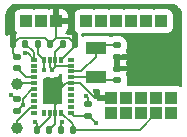
<source format=gbr>
%TF.GenerationSoftware,KiCad,Pcbnew,7.0.9-7.0.9~ubuntu22.04.1*%
%TF.CreationDate,2023-12-31T14:54:58+00:00*%
%TF.ProjectId,IMU_BNO085,494d555f-424e-44f3-9038-352e6b696361,rev?*%
%TF.SameCoordinates,Original*%
%TF.FileFunction,Copper,L1,Top*%
%TF.FilePolarity,Positive*%
%FSLAX46Y46*%
G04 Gerber Fmt 4.6, Leading zero omitted, Abs format (unit mm)*
G04 Created by KiCad (PCBNEW 7.0.9-7.0.9~ubuntu22.04.1) date 2023-12-31 14:54:58*
%MOMM*%
%LPD*%
G01*
G04 APERTURE LIST*
G04 Aperture macros list*
%AMRoundRect*
0 Rectangle with rounded corners*
0 $1 Rounding radius*
0 $2 $3 $4 $5 $6 $7 $8 $9 X,Y pos of 4 corners*
0 Add a 4 corners polygon primitive as box body*
4,1,4,$2,$3,$4,$5,$6,$7,$8,$9,$2,$3,0*
0 Add four circle primitives for the rounded corners*
1,1,$1+$1,$2,$3*
1,1,$1+$1,$4,$5*
1,1,$1+$1,$6,$7*
1,1,$1+$1,$8,$9*
0 Add four rect primitives between the rounded corners*
20,1,$1+$1,$2,$3,$4,$5,0*
20,1,$1+$1,$4,$5,$6,$7,0*
20,1,$1+$1,$6,$7,$8,$9,0*
20,1,$1+$1,$8,$9,$2,$3,0*%
G04 Aperture macros list end*
%TA.AperFunction,SMDPad,CuDef*%
%ADD10C,1.000000*%
%TD*%
%TA.AperFunction,ComponentPad*%
%ADD11R,1.000000X1.000000*%
%TD*%
%TA.AperFunction,SMDPad,CuDef*%
%ADD12RoundRect,0.135000X0.135000X0.185000X-0.135000X0.185000X-0.135000X-0.185000X0.135000X-0.185000X0*%
%TD*%
%TA.AperFunction,SMDPad,CuDef*%
%ADD13RoundRect,0.135000X-0.185000X0.135000X-0.185000X-0.135000X0.185000X-0.135000X0.185000X0.135000X0*%
%TD*%
%TA.AperFunction,SMDPad,CuDef*%
%ADD14RoundRect,0.135000X-0.135000X-0.185000X0.135000X-0.185000X0.135000X0.185000X-0.135000X0.185000X0*%
%TD*%
%TA.AperFunction,SMDPad,CuDef*%
%ADD15R,0.500000X0.300000*%
%TD*%
%TA.AperFunction,SMDPad,CuDef*%
%ADD16R,0.300000X0.500000*%
%TD*%
%TA.AperFunction,SMDPad,CuDef*%
%ADD17RoundRect,0.140000X0.170000X-0.140000X0.170000X0.140000X-0.170000X0.140000X-0.170000X-0.140000X0*%
%TD*%
%TA.AperFunction,SMDPad,CuDef*%
%ADD18RoundRect,0.140000X-0.170000X0.140000X-0.170000X-0.140000X0.170000X-0.140000X0.170000X0.140000X0*%
%TD*%
%TA.AperFunction,SMDPad,CuDef*%
%ADD19RoundRect,0.140000X0.140000X0.170000X-0.140000X0.170000X-0.140000X-0.170000X0.140000X-0.170000X0*%
%TD*%
%TA.AperFunction,SMDPad,CuDef*%
%ADD20RoundRect,0.135000X0.185000X-0.135000X0.185000X0.135000X-0.185000X0.135000X-0.185000X-0.135000X0*%
%TD*%
%TA.AperFunction,SMDPad,CuDef*%
%ADD21R,1.800000X1.000000*%
%TD*%
%TA.AperFunction,ViaPad*%
%ADD22C,0.400000*%
%TD*%
%TA.AperFunction,Conductor*%
%ADD23C,0.150000*%
%TD*%
G04 APERTURE END LIST*
D10*
%TO.P,TP2,1,1*%
%TO.N,/INT*%
X111000000Y-104500000D03*
%TD*%
%TO.P,TP1,1,1*%
%TO.N,/BL_IND*%
X111000000Y-100800000D03*
%TD*%
D11*
%TO.P,J10,1,Pin_1*%
%TO.N,unconnected-(J10-Pin_1-Pad1)*%
X123215000Y-95500000D03*
%TD*%
%TO.P,J19,1,Pin_1*%
%TO.N,GND*%
X118995000Y-102000000D03*
%TD*%
%TO.P,J17,1,Pin_1*%
%TO.N,unconnected-(J17-Pin_1-Pad1)*%
X118135000Y-95500000D03*
%TD*%
%TO.P,J9,1,Pin_1*%
%TO.N,unconnected-(J9-Pin_1-Pad1)*%
X121535000Y-103270000D03*
%TD*%
%TO.P,J12,1,Pin_1*%
%TO.N,unconnected-(J12-Pin_1-Pad1)*%
X120265000Y-103270000D03*
%TD*%
%TO.P,J6,1,Pin_1*%
%TO.N,unconnected-(J6-Pin_1-Pad1)*%
X121535000Y-102000000D03*
%TD*%
%TO.P,J8,1,Pin_1*%
%TO.N,unconnected-(J8-Pin_1-Pad1)*%
X124075000Y-102000000D03*
%TD*%
%TO.P,J18,1,Pin_1*%
%TO.N,unconnected-(J18-Pin_1-Pad1)*%
X119405000Y-95500000D03*
%TD*%
%TO.P,J5,1,Pin_1*%
%TO.N,unconnected-(J5-Pin_1-Pad1)*%
X120265000Y-102000000D03*
%TD*%
%TO.P,J1,1,Pin_1*%
%TO.N,+3.3V*%
X113055000Y-95500000D03*
%TD*%
%TO.P,J4,1,Pin_1*%
%TO.N,GND*%
X114325000Y-95500000D03*
%TD*%
%TO.P,J15,1,Pin_1*%
%TO.N,unconnected-(J15-Pin_1-Pad1)*%
X111785000Y-95500000D03*
%TD*%
%TO.P,J11,1,Pin_1*%
%TO.N,unconnected-(J11-Pin_1-Pad1)*%
X118995000Y-103270000D03*
%TD*%
%TO.P,J16,1,Pin_1*%
%TO.N,unconnected-(J16-Pin_1-Pad1)*%
X116865000Y-95500000D03*
%TD*%
%TO.P,J7,1,Pin_1*%
%TO.N,unconnected-(J7-Pin_1-Pad1)*%
X122805000Y-102000000D03*
%TD*%
%TO.P,J13,1,Pin_1*%
%TO.N,unconnected-(J13-Pin_1-Pad1)*%
X120675000Y-95500000D03*
%TD*%
%TO.P,J2,1,Pin_1*%
%TO.N,/SDA*%
X124075000Y-103270000D03*
%TD*%
%TO.P,J14,1,Pin_1*%
%TO.N,unconnected-(J14-Pin_1-Pad1)*%
X121945000Y-95500000D03*
%TD*%
%TO.P,J3,1,Pin_1*%
%TO.N,/SCL*%
X122805000Y-103270000D03*
%TD*%
D12*
%TO.P,R3,2*%
%TO.N,/PS1*%
X112790000Y-97400000D03*
%TO.P,R3,1*%
%TO.N,GND*%
X113810000Y-97400000D03*
%TD*%
%TO.P,R5,2*%
%TO.N,+3.3V*%
X114690000Y-104700000D03*
%TO.P,R5,1*%
%TO.N,/SCL*%
X115710000Y-104700000D03*
%TD*%
D13*
%TO.P,R6,2*%
%TO.N,/nRESET*%
X111000000Y-103110000D03*
%TO.P,R6,1*%
%TO.N,+3.3V*%
X111000000Y-102090000D03*
%TD*%
D14*
%TO.P,R2,2*%
%TO.N,/PS0*%
X111710000Y-97410000D03*
%TO.P,R2,1*%
%TO.N,GND*%
X110690000Y-97410000D03*
%TD*%
D15*
%TO.P,U1,28,VDDIO*%
%TO.N,+3.3V*%
X115562500Y-99250000D03*
%TO.P,U1,27,XIN32*%
%TO.N,/X_IN*%
X115562500Y-99750000D03*
%TO.P,U1,26,XOUT32*%
%TO.N,/X_OUT*%
X115562500Y-100250000D03*
%TO.P,U1,25,GNDIO*%
%TO.N,GND*%
X115562500Y-100750000D03*
%TO.P,U1,24,PIN24*%
%TO.N,unconnected-(U1-PIN24-Pad24)*%
X115562500Y-101250000D03*
%TO.P,U1,23,PIN23*%
%TO.N,unconnected-(U1-PIN23-Pad23)*%
X115562500Y-101750000D03*
%TO.P,U1,22,PIN22*%
%TO.N,unconnected-(U1-PIN22-Pad22)*%
X115562500Y-102250000D03*
%TO.P,U1,21,PIN21*%
%TO.N,unconnected-(U1-PIN21-Pad21)*%
X115562500Y-102750000D03*
%TO.P,U1,20,COM0*%
%TO.N,/SDA*%
X115562500Y-103250000D03*
D16*
%TO.P,U1,19,COM1*%
%TO.N,/SCL*%
X114750000Y-103262500D03*
%TO.P,U1,18,COM2*%
%TO.N,GND*%
X114250000Y-103262500D03*
%TO.P,U1,17,COM3*%
%TO.N,/I2C_ADD*%
X113750000Y-103262500D03*
%TO.P,U1,16,PIN16*%
%TO.N,unconnected-(U1-PIN16-Pad16)*%
X113250000Y-103262500D03*
D15*
%TO.P,U1,15,PIN15*%
%TO.N,unconnected-(U1-PIN15-Pad15)*%
X112437500Y-103250000D03*
%TO.P,U1,14,INT*%
%TO.N,/INT*%
X112437500Y-102750000D03*
%TO.P,U1,13,PIN13*%
%TO.N,unconnected-(U1-PIN13-Pad13)*%
X112437500Y-102250000D03*
%TO.P,U1,12,PIN12*%
%TO.N,unconnected-(U1-PIN12-Pad12)*%
X112437500Y-101750000D03*
%TO.P,U1,11,RESET*%
%TO.N,/nRESET*%
X112437500Y-101250000D03*
%TO.P,U1,10,BL_IND*%
%TO.N,/BL_IND*%
X112437500Y-100750000D03*
%TO.P,U1,9,CAP*%
%TO.N,/CAP*%
X112437500Y-100250000D03*
%TO.P,U1,8,PIN8*%
%TO.N,unconnected-(U1-PIN8-Pad8)*%
X112437500Y-99750000D03*
%TO.P,U1,7,PIN7*%
%TO.N,unconnected-(U1-PIN7-Pad7)*%
X112437500Y-99250000D03*
%TO.P,U1,6,PS0*%
%TO.N,/PS0*%
X112437500Y-98750000D03*
D16*
%TO.P,U1,5,PS1*%
%TO.N,/PS1*%
X113250000Y-98737500D03*
%TO.P,U1,4,BOOT_LOAD*%
%TO.N,+3.3V*%
X113750000Y-98737500D03*
%TO.P,U1,3,VDD*%
X114250000Y-98737500D03*
%TO.P,U1,2,GND*%
%TO.N,GND*%
X114750000Y-98737500D03*
D15*
%TO.P,U1,1,PIN1*%
%TO.N,unconnected-(U1-PIN1-Pad1)*%
X115562500Y-98750000D03*
%TD*%
D17*
%TO.P,C2,2*%
%TO.N,GND*%
X111000000Y-98520000D03*
%TO.P,C2,1*%
%TO.N,/CAP*%
X111000000Y-99480000D03*
%TD*%
D18*
%TO.P,C3,1*%
%TO.N,/X_IN*%
X119500000Y-97540000D03*
%TO.P,C3,2*%
%TO.N,GND*%
X119500000Y-98500000D03*
%TD*%
D19*
%TO.P,C1,2*%
%TO.N,+3.3V*%
X114920000Y-97400000D03*
%TO.P,C1,1*%
%TO.N,GND*%
X115880000Y-97400000D03*
%TD*%
D17*
%TO.P,C4,1*%
%TO.N,/X_OUT*%
X119500000Y-100460000D03*
%TO.P,C4,2*%
%TO.N,GND*%
X119500000Y-99500000D03*
%TD*%
D20*
%TO.P,R4,2*%
%TO.N,+3.3V*%
X117000000Y-102490000D03*
%TO.P,R4,1*%
%TO.N,/SDA*%
X117000000Y-103510000D03*
%TD*%
D21*
%TO.P,Y1,1,1*%
%TO.N,/X_OUT*%
X117700000Y-100250000D03*
%TO.P,Y1,2,2*%
%TO.N,/X_IN*%
X117700000Y-97750000D03*
%TD*%
D14*
%TO.P,R1,2*%
%TO.N,GND*%
X113710000Y-104700000D03*
%TO.P,R1,1*%
%TO.N,/I2C_ADD*%
X112690000Y-104700000D03*
%TD*%
D22*
%TO.N,/PS1*%
X113300000Y-99600000D03*
%TO.N,/PS0*%
X111700000Y-98200000D03*
%TO.N,/I2C_ADD*%
X112500000Y-104000000D03*
%TO.N,/nRESET*%
X111485000Y-102625000D03*
%TO.N,GND*%
X114000000Y-101000000D03*
X114000000Y-102000000D03*
%TO.N,+3.3V*%
X116800000Y-101800000D03*
X114800000Y-104000000D03*
X114000000Y-99600000D03*
X110500000Y-101700000D03*
%TO.N,/SDA*%
X117700000Y-104100000D03*
%TD*%
D23*
%TO.N,/PS1*%
X113300000Y-99600000D02*
X113300000Y-98787500D01*
X113300000Y-98787500D02*
X113250000Y-98737500D01*
%TO.N,/PS0*%
X111700000Y-98200000D02*
X111887500Y-98200000D01*
X111887500Y-98200000D02*
X112437500Y-98750000D01*
%TO.N,/I2C_ADD*%
X112690000Y-104190000D02*
X112500000Y-104000000D01*
X112690000Y-104700000D02*
X112690000Y-104190000D01*
%TO.N,/nRESET*%
X111000000Y-103110000D02*
X111485000Y-102625000D01*
%TO.N,GND*%
X114250000Y-101750000D02*
X114250000Y-101662500D01*
X114000000Y-102000000D02*
X114250000Y-101750000D01*
X114250000Y-102250000D02*
X114000000Y-102000000D01*
X114250000Y-103262500D02*
X114250000Y-102250000D01*
X114250000Y-101662500D02*
X115162500Y-100750000D01*
X115162500Y-100750000D02*
X115562500Y-100750000D01*
X115562500Y-100750000D02*
X116351041Y-100750000D01*
X116351041Y-100750000D02*
X117601041Y-102000000D01*
X117601041Y-102000000D02*
X118995000Y-102000000D01*
%TO.N,+3.3V*%
X117000000Y-102000000D02*
X116800000Y-101800000D01*
X117000000Y-102490000D02*
X117000000Y-102000000D01*
X114690000Y-104110000D02*
X114800000Y-104000000D01*
X114690000Y-104700000D02*
X114690000Y-104110000D01*
X115562500Y-99250000D02*
X114350000Y-99250000D01*
X114350000Y-99250000D02*
X114250000Y-99350000D01*
X114250000Y-98737500D02*
X114250000Y-99350000D01*
X114250000Y-99350000D02*
X114000000Y-99600000D01*
X113750000Y-98737500D02*
X113750000Y-99350000D01*
X113750000Y-99350000D02*
X114000000Y-99600000D01*
X111000000Y-102090000D02*
X110890000Y-102090000D01*
X110890000Y-102090000D02*
X110500000Y-101700000D01*
%TO.N,GND*%
X110690000Y-97410000D02*
X110690000Y-98210000D01*
X110690000Y-98210000D02*
X111000000Y-98520000D01*
X114325000Y-95500000D02*
X114325000Y-96885000D01*
X114325000Y-96885000D02*
X114285000Y-96925000D01*
X110690000Y-97410000D02*
X111185000Y-96915000D01*
X111185000Y-96915000D02*
X113325000Y-96915000D01*
X113325000Y-96915000D02*
X113810000Y-97400000D01*
%TO.N,/PS1*%
X112790000Y-97400000D02*
X112790000Y-98277500D01*
X112790000Y-98277500D02*
X113250000Y-98737500D01*
%TO.N,GND*%
X113810000Y-97400000D02*
X114285000Y-96925000D01*
X114285000Y-96925000D02*
X115405000Y-96925000D01*
X115405000Y-96925000D02*
X115880000Y-97400000D01*
%TO.N,+3.3V*%
X114920000Y-97400000D02*
X114250000Y-98070000D01*
X114250000Y-98070000D02*
X114250000Y-98737500D01*
%TO.N,GND*%
X115880000Y-97400000D02*
X115880000Y-97607500D01*
X115880000Y-97607500D02*
X114750000Y-98737500D01*
X119500000Y-99500000D02*
X119500000Y-98500000D01*
%TO.N,/X_OUT*%
X119500000Y-100460000D02*
X117910000Y-100460000D01*
X117910000Y-100460000D02*
X117700000Y-100250000D01*
%TO.N,/X_IN*%
X119500000Y-97540000D02*
X117910000Y-97540000D01*
X117910000Y-97540000D02*
X117700000Y-97750000D01*
X115562500Y-99750000D02*
X116450000Y-99750000D01*
X116450000Y-99750000D02*
X117700000Y-98500000D01*
X117700000Y-98500000D02*
X117700000Y-97750000D01*
%TO.N,/X_OUT*%
X117700000Y-100250000D02*
X115562500Y-100250000D01*
%TO.N,/SDA*%
X117000000Y-103510000D02*
X115822500Y-103510000D01*
X115822500Y-103510000D02*
X115562500Y-103250000D01*
X117110000Y-103510000D02*
X117700000Y-104100000D01*
X117000000Y-103510000D02*
X117110000Y-103510000D01*
%TO.N,/SCL*%
X122805000Y-103270000D02*
X121375000Y-104700000D01*
X121375000Y-104700000D02*
X115710000Y-104700000D01*
X115710000Y-104700000D02*
X115710000Y-104222500D01*
X115710000Y-104222500D02*
X114750000Y-103262500D01*
%TO.N,GND*%
X113710000Y-104700000D02*
X114250000Y-104160000D01*
X114250000Y-104160000D02*
X114250000Y-103262500D01*
%TO.N,/I2C_ADD*%
X112690000Y-104700000D02*
X113750000Y-103640000D01*
X113750000Y-103640000D02*
X113750000Y-103262500D01*
%TO.N,/nRESET*%
X112437500Y-101250000D02*
X112285000Y-101250000D01*
X112285000Y-101250000D02*
X111485000Y-102050000D01*
X111485000Y-102050000D02*
X111485000Y-102625000D01*
%TO.N,/INT*%
X111000000Y-104500000D02*
X111000000Y-103957500D01*
X111000000Y-103957500D02*
X112207500Y-102750000D01*
X112207500Y-102750000D02*
X112437500Y-102750000D01*
%TO.N,/PS0*%
X112437500Y-98750000D02*
X112437500Y-98137500D01*
X112437500Y-98137500D02*
X111710000Y-97410000D01*
%TO.N,/CAP*%
X112437500Y-100250000D02*
X111770000Y-100250000D01*
X111770000Y-100250000D02*
X111000000Y-99480000D01*
%TO.N,/BL_IND*%
X112437500Y-100750000D02*
X111050000Y-100750000D01*
X111050000Y-100750000D02*
X111000000Y-100800000D01*
%TD*%
%TA.AperFunction,Conductor*%
%TO.N,GND*%
G36*
X114772246Y-99963692D02*
G01*
X114808064Y-100023683D01*
X114812000Y-100054679D01*
X114812000Y-100447869D01*
X114812001Y-100447880D01*
X114816431Y-100489093D01*
X114816431Y-100515596D01*
X114812500Y-100552165D01*
X114812500Y-100600000D01*
X114828111Y-100615611D01*
X114841984Y-100619685D01*
X114874213Y-100649690D01*
X114893676Y-100675690D01*
X114918092Y-100741155D01*
X114903240Y-100809428D01*
X114893676Y-100824310D01*
X114874213Y-100850310D01*
X114826390Y-100886109D01*
X114812500Y-100900000D01*
X114812500Y-100947832D01*
X114816431Y-100984399D01*
X114816431Y-101010905D01*
X114812000Y-101052122D01*
X114812000Y-101447869D01*
X114812001Y-101447878D01*
X114816179Y-101486745D01*
X114816179Y-101513250D01*
X114812000Y-101552122D01*
X114812000Y-101947869D01*
X114812001Y-101947878D01*
X114816179Y-101986745D01*
X114816179Y-102013250D01*
X114812000Y-102052122D01*
X114812000Y-102388000D01*
X114792315Y-102455039D01*
X114739511Y-102500794D01*
X114688001Y-102512000D01*
X114552132Y-102512000D01*
X114552117Y-102512001D01*
X114510904Y-102516431D01*
X114484402Y-102516431D01*
X114447834Y-102512500D01*
X114400000Y-102512500D01*
X114384388Y-102528111D01*
X114380315Y-102541985D01*
X114350313Y-102574210D01*
X114324308Y-102593677D01*
X114258845Y-102618093D01*
X114190572Y-102603241D01*
X114175694Y-102593679D01*
X114149688Y-102574211D01*
X114113887Y-102526387D01*
X114100000Y-102512500D01*
X114052165Y-102512500D01*
X114015598Y-102516431D01*
X113989092Y-102516431D01*
X113947873Y-102512000D01*
X113552130Y-102512000D01*
X113552119Y-102512001D01*
X113513253Y-102516179D01*
X113486748Y-102516179D01*
X113447875Y-102512000D01*
X113447873Y-102512000D01*
X113312000Y-102512000D01*
X113244961Y-102492315D01*
X113199206Y-102439511D01*
X113188000Y-102388000D01*
X113187999Y-102052128D01*
X113187998Y-102052111D01*
X113183820Y-102013253D01*
X113183820Y-101986745D01*
X113188000Y-101947873D01*
X113187999Y-101552128D01*
X113187999Y-101552127D01*
X113187998Y-101552111D01*
X113183820Y-101513253D01*
X113183820Y-101486745D01*
X113188000Y-101447873D01*
X113187999Y-101052128D01*
X113187999Y-101052127D01*
X113187998Y-101052111D01*
X113183820Y-101013253D01*
X113183820Y-100986747D01*
X113188000Y-100947873D01*
X113187999Y-100552128D01*
X113187998Y-100552111D01*
X113183820Y-100513253D01*
X113183820Y-100486747D01*
X113188000Y-100447873D01*
X113188000Y-100424500D01*
X113207685Y-100357461D01*
X113260489Y-100311706D01*
X113312000Y-100300500D01*
X113385056Y-100300500D01*
X113550225Y-100259790D01*
X113592374Y-100237667D01*
X113660881Y-100223942D01*
X113707624Y-100237667D01*
X113749775Y-100259790D01*
X113914944Y-100300500D01*
X114085056Y-100300500D01*
X114250225Y-100259790D01*
X114350001Y-100207423D01*
X114400849Y-100180736D01*
X114400850Y-100180734D01*
X114400852Y-100180734D01*
X114528183Y-100067929D01*
X114585950Y-99984238D01*
X114640233Y-99940249D01*
X114709681Y-99932589D01*
X114772246Y-99963692D01*
G37*
%TD.AperFunction*%
%TA.AperFunction,Conductor*%
G36*
X117945675Y-101270184D02*
G01*
X117991430Y-101322988D01*
X118001925Y-101387755D01*
X117995000Y-101452155D01*
X117995000Y-101750000D01*
X118780517Y-101750000D01*
X118709199Y-101834993D01*
X118670000Y-101942694D01*
X118670000Y-102057306D01*
X118709199Y-102165007D01*
X118780517Y-102250000D01*
X117986879Y-102250000D01*
X117943443Y-102273717D01*
X117873751Y-102268731D01*
X117817818Y-102226859D01*
X117798011Y-102187145D01*
X117772870Y-102100611D01*
X117772869Y-102100607D01*
X117691135Y-101962402D01*
X117577598Y-101848865D01*
X117577595Y-101848863D01*
X117572082Y-101843350D01*
X117572940Y-101842491D01*
X117539551Y-101798737D01*
X117520481Y-101752697D01*
X117499589Y-101702258D01*
X117501051Y-101701652D01*
X117489503Y-101667065D01*
X117485140Y-101631128D01*
X117424817Y-101472068D01*
X117406091Y-101444939D01*
X117384208Y-101378584D01*
X117401674Y-101310933D01*
X117452941Y-101263463D01*
X117508141Y-101250499D01*
X117878636Y-101250499D01*
X117945675Y-101270184D01*
G37*
%TD.AperFunction*%
%TA.AperFunction,Conductor*%
G36*
X124002694Y-94010735D02*
G01*
X124161019Y-94024587D01*
X124182297Y-94028338D01*
X124327951Y-94067366D01*
X124348261Y-94074759D01*
X124484915Y-94138482D01*
X124503633Y-94149289D01*
X124627154Y-94235779D01*
X124643712Y-94249673D01*
X124750326Y-94356287D01*
X124764220Y-94372845D01*
X124850710Y-94496366D01*
X124861517Y-94515084D01*
X124925240Y-94651738D01*
X124932633Y-94672049D01*
X124971659Y-94817696D01*
X124975412Y-94838982D01*
X124989264Y-94997300D01*
X124989500Y-95002706D01*
X124989500Y-100941825D01*
X124969815Y-101008864D01*
X124917011Y-101054619D01*
X124847853Y-101064563D01*
X124822167Y-101058007D01*
X124682482Y-101005908D01*
X124682483Y-101005908D01*
X124622883Y-100999501D01*
X124622881Y-100999500D01*
X124622873Y-100999500D01*
X124622864Y-100999500D01*
X123527129Y-100999500D01*
X123527123Y-100999501D01*
X123459804Y-101006738D01*
X123459690Y-101005674D01*
X123420310Y-101005674D01*
X123420196Y-101006738D01*
X123352883Y-100999501D01*
X123352881Y-100999500D01*
X123352873Y-100999500D01*
X123352864Y-100999500D01*
X122257129Y-100999500D01*
X122257123Y-100999501D01*
X122189804Y-101006738D01*
X122189690Y-101005674D01*
X122150310Y-101005674D01*
X122150196Y-101006738D01*
X122082883Y-100999501D01*
X122082881Y-100999500D01*
X122082873Y-100999500D01*
X122082864Y-100999500D01*
X120987129Y-100999500D01*
X120987123Y-100999501D01*
X120919804Y-101006738D01*
X120919690Y-101005674D01*
X120880310Y-101005674D01*
X120880196Y-101006738D01*
X120812883Y-100999501D01*
X120812881Y-100999500D01*
X120812873Y-100999500D01*
X120812865Y-100999500D01*
X120386071Y-100999500D01*
X120319032Y-100979815D01*
X120273277Y-100927011D01*
X120263333Y-100857853D01*
X120266995Y-100840905D01*
X120307642Y-100700997D01*
X120307643Y-100700991D01*
X120310500Y-100664692D01*
X120310500Y-100255308D01*
X120307643Y-100219008D01*
X120307642Y-100219002D01*
X120274131Y-100103660D01*
X120262494Y-100063605D01*
X120250089Y-100042630D01*
X120232906Y-99974909D01*
X120250091Y-99916384D01*
X120262032Y-99896194D01*
X120304504Y-99750000D01*
X119998352Y-99750000D01*
X119935233Y-99732732D01*
X119926395Y-99727506D01*
X119926393Y-99727505D01*
X119926389Y-99727503D01*
X119770997Y-99682357D01*
X119770991Y-99682356D01*
X119734692Y-99679500D01*
X119734690Y-99679500D01*
X119374000Y-99679500D01*
X119306961Y-99659815D01*
X119261206Y-99607011D01*
X119250000Y-99555500D01*
X119250000Y-98750000D01*
X119750000Y-98750000D01*
X119750000Y-99250000D01*
X120304504Y-99250000D01*
X120262031Y-99103803D01*
X120237972Y-99063123D01*
X120220788Y-98995399D01*
X120237972Y-98936877D01*
X120262031Y-98896196D01*
X120304504Y-98750000D01*
X119750000Y-98750000D01*
X119250000Y-98750000D01*
X119250000Y-98444500D01*
X119269685Y-98377461D01*
X119322489Y-98331706D01*
X119374000Y-98320500D01*
X119734692Y-98320500D01*
X119752841Y-98319071D01*
X119770993Y-98317643D01*
X119770995Y-98317642D01*
X119770997Y-98317642D01*
X119926389Y-98272496D01*
X119926389Y-98272495D01*
X119926395Y-98272494D01*
X119935233Y-98267267D01*
X119998352Y-98250000D01*
X120304504Y-98250000D01*
X120262031Y-98103803D01*
X120250090Y-98083613D01*
X120232906Y-98015889D01*
X120250089Y-97957369D01*
X120262494Y-97936395D01*
X120307643Y-97780993D01*
X120310500Y-97744690D01*
X120310500Y-97335310D01*
X120307643Y-97299007D01*
X120262494Y-97143605D01*
X120180117Y-97004313D01*
X120180115Y-97004311D01*
X120180112Y-97004307D01*
X120065692Y-96889887D01*
X120065684Y-96889881D01*
X119971723Y-96834313D01*
X119926395Y-96807506D01*
X119926394Y-96807505D01*
X119926393Y-96807505D01*
X119926390Y-96807504D01*
X119770997Y-96762357D01*
X119770991Y-96762356D01*
X119734692Y-96759500D01*
X119734690Y-96759500D01*
X119265310Y-96759500D01*
X119265308Y-96759500D01*
X119229008Y-96762356D01*
X119229002Y-96762357D01*
X119073609Y-96807504D01*
X119073608Y-96807504D01*
X119073605Y-96807506D01*
X119016577Y-96841231D01*
X118948855Y-96858413D01*
X118882593Y-96836252D01*
X118879148Y-96833765D01*
X118842331Y-96806204D01*
X118842328Y-96806202D01*
X118707482Y-96755908D01*
X118707483Y-96755908D01*
X118647883Y-96749501D01*
X118647881Y-96749500D01*
X118647873Y-96749500D01*
X118647864Y-96749500D01*
X116752129Y-96749500D01*
X116752123Y-96749501D01*
X116692516Y-96755908D01*
X116591278Y-96793668D01*
X116521586Y-96798652D01*
X116460263Y-96765167D01*
X116460263Y-96765166D01*
X116409861Y-96714763D01*
X116411474Y-96713150D01*
X116377303Y-96665831D01*
X116373516Y-96596064D01*
X116408050Y-96535325D01*
X116469939Y-96502898D01*
X116494203Y-96500499D01*
X117412872Y-96500499D01*
X117460759Y-96495351D01*
X117480197Y-96493262D01*
X117480311Y-96494330D01*
X117519688Y-96494329D01*
X117519803Y-96493261D01*
X117527514Y-96494089D01*
X117527517Y-96494091D01*
X117587127Y-96500500D01*
X118682872Y-96500499D01*
X118730759Y-96495351D01*
X118750197Y-96493262D01*
X118750311Y-96494330D01*
X118789688Y-96494329D01*
X118789803Y-96493261D01*
X118797514Y-96494089D01*
X118797517Y-96494091D01*
X118857127Y-96500500D01*
X119952872Y-96500499D01*
X120000759Y-96495351D01*
X120020197Y-96493262D01*
X120020311Y-96494330D01*
X120059688Y-96494329D01*
X120059803Y-96493261D01*
X120067514Y-96494089D01*
X120067517Y-96494091D01*
X120127127Y-96500500D01*
X121222872Y-96500499D01*
X121270759Y-96495351D01*
X121290197Y-96493262D01*
X121290311Y-96494330D01*
X121329688Y-96494329D01*
X121329803Y-96493261D01*
X121337514Y-96494089D01*
X121337517Y-96494091D01*
X121397127Y-96500500D01*
X122492872Y-96500499D01*
X122540759Y-96495351D01*
X122560197Y-96493262D01*
X122560311Y-96494330D01*
X122599688Y-96494329D01*
X122599803Y-96493261D01*
X122607514Y-96494089D01*
X122607517Y-96494091D01*
X122667127Y-96500500D01*
X123762872Y-96500499D01*
X123822483Y-96494091D01*
X123957331Y-96443796D01*
X124072546Y-96357546D01*
X124158796Y-96242331D01*
X124209091Y-96107483D01*
X124215500Y-96047873D01*
X124215499Y-94952128D01*
X124209091Y-94892517D01*
X124158884Y-94757906D01*
X124158797Y-94757671D01*
X124158793Y-94757664D01*
X124072547Y-94642455D01*
X124072544Y-94642452D01*
X123957335Y-94556206D01*
X123957328Y-94556202D01*
X123822482Y-94505908D01*
X123822483Y-94505908D01*
X123762883Y-94499501D01*
X123762881Y-94499500D01*
X123762873Y-94499500D01*
X123762864Y-94499500D01*
X122667129Y-94499500D01*
X122667123Y-94499501D01*
X122599804Y-94506738D01*
X122599690Y-94505674D01*
X122560310Y-94505674D01*
X122560196Y-94506738D01*
X122492883Y-94499501D01*
X122492881Y-94499500D01*
X122492873Y-94499500D01*
X122492864Y-94499500D01*
X121397129Y-94499500D01*
X121397123Y-94499501D01*
X121329804Y-94506738D01*
X121329690Y-94505674D01*
X121290310Y-94505674D01*
X121290196Y-94506738D01*
X121222883Y-94499501D01*
X121222881Y-94499500D01*
X121222873Y-94499500D01*
X121222864Y-94499500D01*
X120127129Y-94499500D01*
X120127123Y-94499501D01*
X120059804Y-94506738D01*
X120059690Y-94505674D01*
X120020310Y-94505674D01*
X120020196Y-94506738D01*
X119952883Y-94499501D01*
X119952881Y-94499500D01*
X119952873Y-94499500D01*
X119952864Y-94499500D01*
X118857129Y-94499500D01*
X118857123Y-94499501D01*
X118789804Y-94506738D01*
X118789690Y-94505674D01*
X118750310Y-94505674D01*
X118750196Y-94506738D01*
X118682883Y-94499501D01*
X118682881Y-94499500D01*
X118682873Y-94499500D01*
X118682864Y-94499500D01*
X117587129Y-94499500D01*
X117587123Y-94499501D01*
X117519804Y-94506738D01*
X117519690Y-94505674D01*
X117480310Y-94505674D01*
X117480196Y-94506738D01*
X117412883Y-94499501D01*
X117412881Y-94499500D01*
X117412873Y-94499500D01*
X117412864Y-94499500D01*
X116317129Y-94499500D01*
X116317123Y-94499501D01*
X116257516Y-94505908D01*
X116122671Y-94556202D01*
X116122664Y-94556206D01*
X116007455Y-94642452D01*
X116007452Y-94642455D01*
X115921206Y-94757664D01*
X115921202Y-94757671D01*
X115870908Y-94892517D01*
X115864501Y-94952116D01*
X115864501Y-94952123D01*
X115864500Y-94952135D01*
X115864500Y-96047870D01*
X115864501Y-96047876D01*
X115870908Y-96107483D01*
X115921202Y-96242328D01*
X115921206Y-96242335D01*
X115990358Y-96334709D01*
X116007454Y-96357546D01*
X116095105Y-96423161D01*
X116136975Y-96479094D01*
X116141959Y-96548786D01*
X116130000Y-96570687D01*
X116130000Y-97526000D01*
X116110315Y-97593039D01*
X116057511Y-97638794D01*
X116006000Y-97650000D01*
X115824500Y-97650000D01*
X115757461Y-97630315D01*
X115711706Y-97577511D01*
X115700500Y-97526000D01*
X115700500Y-97165308D01*
X115697643Y-97129008D01*
X115697642Y-97129002D01*
X115652495Y-96973608D01*
X115652492Y-96973600D01*
X115647266Y-96964763D01*
X115630000Y-96901645D01*
X115630000Y-96595494D01*
X115629998Y-96595493D01*
X115483809Y-96637965D01*
X115483806Y-96637967D01*
X115463608Y-96649912D01*
X115395884Y-96667092D01*
X115337370Y-96649910D01*
X115316397Y-96637507D01*
X115316390Y-96637503D01*
X115188683Y-96600401D01*
X115129797Y-96562795D01*
X115100591Y-96499322D01*
X115110337Y-96430135D01*
X115148967Y-96382058D01*
X115182191Y-96357186D01*
X115268350Y-96242093D01*
X115268354Y-96242086D01*
X115318596Y-96107379D01*
X115318598Y-96107372D01*
X115324999Y-96047844D01*
X115325000Y-96047827D01*
X115325000Y-95750000D01*
X114539483Y-95750000D01*
X114610801Y-95665007D01*
X114650000Y-95557306D01*
X114650000Y-95442694D01*
X114610801Y-95334993D01*
X114537129Y-95247195D01*
X114437871Y-95189888D01*
X114353436Y-95175000D01*
X114296564Y-95175000D01*
X114212129Y-95189888D01*
X114112871Y-95247195D01*
X114075000Y-95292327D01*
X114075000Y-94500000D01*
X114575000Y-94500000D01*
X114575000Y-95250000D01*
X115325000Y-95250000D01*
X115325000Y-94952172D01*
X115324999Y-94952155D01*
X115318598Y-94892627D01*
X115318596Y-94892620D01*
X115268354Y-94757913D01*
X115268350Y-94757906D01*
X115182190Y-94642812D01*
X115182187Y-94642809D01*
X115067093Y-94556649D01*
X115067086Y-94556645D01*
X114932379Y-94506403D01*
X114932372Y-94506401D01*
X114872844Y-94500000D01*
X114575000Y-94500000D01*
X114075000Y-94500000D01*
X113777157Y-94500000D01*
X113709915Y-94507231D01*
X113709775Y-94505936D01*
X113670281Y-94505935D01*
X113670195Y-94506738D01*
X113662726Y-94505935D01*
X113662596Y-94505935D01*
X113662487Y-94505909D01*
X113602883Y-94499501D01*
X113602881Y-94499500D01*
X113602873Y-94499500D01*
X113602864Y-94499500D01*
X112507129Y-94499500D01*
X112507123Y-94499501D01*
X112439804Y-94506738D01*
X112439690Y-94505674D01*
X112400310Y-94505674D01*
X112400196Y-94506738D01*
X112332883Y-94499501D01*
X112332881Y-94499500D01*
X112332873Y-94499500D01*
X112332864Y-94499500D01*
X111237129Y-94499500D01*
X111237123Y-94499501D01*
X111177516Y-94505908D01*
X111042671Y-94556202D01*
X111042664Y-94556206D01*
X110927455Y-94642452D01*
X110927452Y-94642455D01*
X110841206Y-94757664D01*
X110841202Y-94757671D01*
X110790908Y-94892517D01*
X110784501Y-94952116D01*
X110784501Y-94952123D01*
X110784500Y-94952135D01*
X110784500Y-96047870D01*
X110784501Y-96047876D01*
X110790908Y-96107483D01*
X110841202Y-96242328D01*
X110841206Y-96242335D01*
X110927452Y-96357544D01*
X110927453Y-96357544D01*
X110927454Y-96357546D01*
X110954148Y-96377529D01*
X110961130Y-96382756D01*
X111003000Y-96438690D01*
X111007984Y-96508382D01*
X110974498Y-96569705D01*
X110961271Y-96581182D01*
X110940000Y-96597153D01*
X110940000Y-97152025D01*
X110939809Y-97156889D01*
X110939500Y-97160819D01*
X110939500Y-97366620D01*
X110939501Y-97536000D01*
X110919817Y-97603039D01*
X110867013Y-97648794D01*
X110815501Y-97660000D01*
X110564000Y-97660000D01*
X110496961Y-97640315D01*
X110451206Y-97587511D01*
X110440000Y-97536000D01*
X110440000Y-96597154D01*
X110439998Y-96597153D01*
X110300811Y-96637591D01*
X110300808Y-96637593D01*
X110197621Y-96698618D01*
X110129897Y-96715801D01*
X110063634Y-96693641D01*
X110019871Y-96639175D01*
X110010500Y-96591886D01*
X110010500Y-95002706D01*
X110010736Y-94997300D01*
X110014686Y-94952155D01*
X110024587Y-94838978D01*
X110028338Y-94817704D01*
X110067367Y-94672044D01*
X110074759Y-94651738D01*
X110138483Y-94515081D01*
X110149289Y-94496366D01*
X110235779Y-94372845D01*
X110249667Y-94356293D01*
X110356293Y-94249667D01*
X110372845Y-94235779D01*
X110496366Y-94149289D01*
X110515081Y-94138483D01*
X110651740Y-94074758D01*
X110672044Y-94067367D01*
X110817704Y-94028338D01*
X110838978Y-94024587D01*
X110997305Y-94010735D01*
X111002706Y-94010500D01*
X111003412Y-94010500D01*
X123996588Y-94010500D01*
X123997294Y-94010500D01*
X124002694Y-94010735D01*
G37*
%TD.AperFunction*%
%TD*%
M02*

</source>
